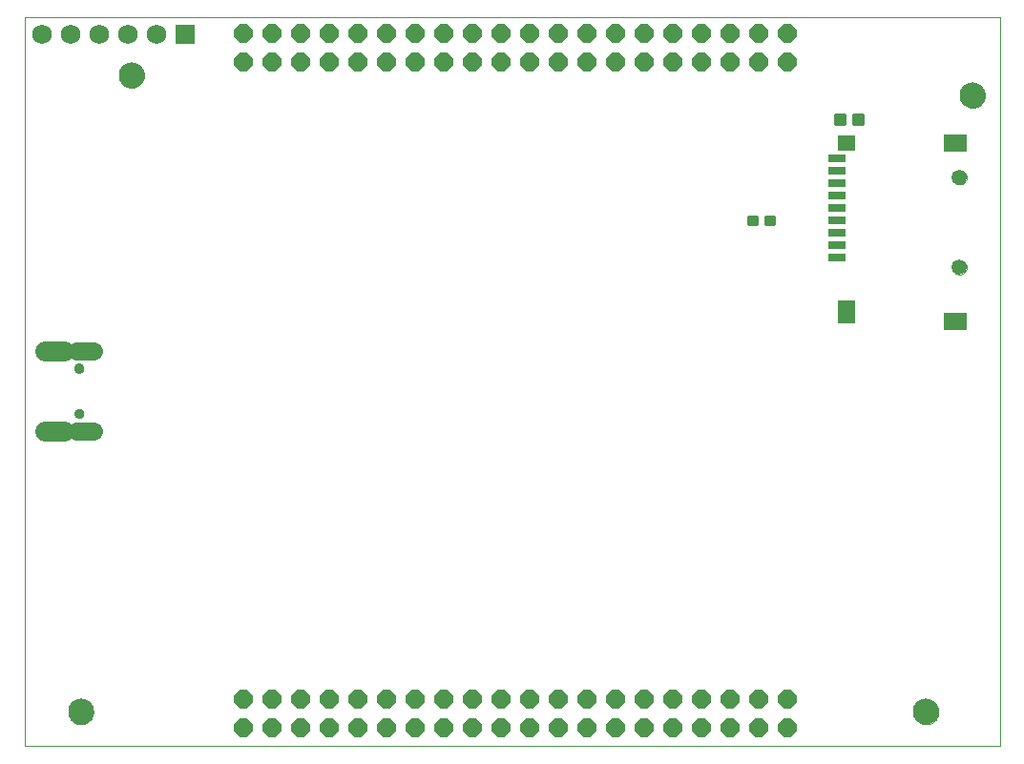
<source format=gbs>
G75*
%MOIN*%
%OFA0B0*%
%FSLAX24Y24*%
%IPPOS*%
%LPD*%
%AMOC8*
5,1,8,0,0,1.08239X$1,22.5*
%
%ADD10C,0.0000*%
%ADD11C,0.0906*%
%ADD12R,0.0690X0.0690*%
%ADD13C,0.0690*%
%ADD14C,0.0355*%
%ADD15C,0.0690*%
%ADD16C,0.0634*%
%ADD17OC8,0.0640*%
%ADD18R,0.0827X0.0591*%
%ADD19R,0.0591X0.0544*%
%ADD20R,0.0591X0.0808*%
%ADD21R,0.0591X0.0316*%
%ADD22C,0.0532*%
%ADD23C,0.0098*%
%ADD24C,0.0087*%
D10*
X004935Y000100D02*
X004935Y025550D01*
X039007Y025550D01*
X039007Y000100D01*
X004935Y000100D01*
X006471Y001281D02*
X006473Y001322D01*
X006479Y001363D01*
X006489Y001403D01*
X006502Y001442D01*
X006519Y001479D01*
X006540Y001515D01*
X006564Y001549D01*
X006591Y001580D01*
X006620Y001608D01*
X006653Y001634D01*
X006687Y001656D01*
X006724Y001675D01*
X006762Y001690D01*
X006802Y001702D01*
X006842Y001710D01*
X006883Y001714D01*
X006925Y001714D01*
X006966Y001710D01*
X007006Y001702D01*
X007046Y001690D01*
X007084Y001675D01*
X007120Y001656D01*
X007155Y001634D01*
X007188Y001608D01*
X007217Y001580D01*
X007244Y001549D01*
X007268Y001515D01*
X007289Y001479D01*
X007306Y001442D01*
X007319Y001403D01*
X007329Y001363D01*
X007335Y001322D01*
X007337Y001281D01*
X007335Y001240D01*
X007329Y001199D01*
X007319Y001159D01*
X007306Y001120D01*
X007289Y001083D01*
X007268Y001047D01*
X007244Y001013D01*
X007217Y000982D01*
X007188Y000954D01*
X007155Y000928D01*
X007121Y000906D01*
X007084Y000887D01*
X007046Y000872D01*
X007006Y000860D01*
X006966Y000852D01*
X006925Y000848D01*
X006883Y000848D01*
X006842Y000852D01*
X006802Y000860D01*
X006762Y000872D01*
X006724Y000887D01*
X006688Y000906D01*
X006653Y000928D01*
X006620Y000954D01*
X006591Y000982D01*
X006564Y001013D01*
X006540Y001047D01*
X006519Y001083D01*
X006502Y001120D01*
X006489Y001159D01*
X006479Y001199D01*
X006473Y001240D01*
X006471Y001281D01*
X006685Y011713D02*
X006687Y011738D01*
X006693Y011762D01*
X006702Y011784D01*
X006715Y011805D01*
X006731Y011824D01*
X006750Y011840D01*
X006771Y011853D01*
X006793Y011862D01*
X006817Y011868D01*
X006842Y011870D01*
X006867Y011868D01*
X006891Y011862D01*
X006913Y011853D01*
X006934Y011840D01*
X006953Y011824D01*
X006969Y011805D01*
X006982Y011784D01*
X006991Y011762D01*
X006997Y011738D01*
X006999Y011713D01*
X006997Y011688D01*
X006991Y011664D01*
X006982Y011642D01*
X006969Y011621D01*
X006953Y011602D01*
X006934Y011586D01*
X006913Y011573D01*
X006891Y011564D01*
X006867Y011558D01*
X006842Y011556D01*
X006817Y011558D01*
X006793Y011564D01*
X006771Y011573D01*
X006750Y011586D01*
X006731Y011602D01*
X006715Y011621D01*
X006702Y011642D01*
X006693Y011664D01*
X006687Y011688D01*
X006685Y011713D01*
X006685Y013287D02*
X006687Y013312D01*
X006693Y013336D01*
X006702Y013358D01*
X006715Y013379D01*
X006731Y013398D01*
X006750Y013414D01*
X006771Y013427D01*
X006793Y013436D01*
X006817Y013442D01*
X006842Y013444D01*
X006867Y013442D01*
X006891Y013436D01*
X006913Y013427D01*
X006934Y013414D01*
X006953Y013398D01*
X006969Y013379D01*
X006982Y013358D01*
X006991Y013336D01*
X006997Y013312D01*
X006999Y013287D01*
X006997Y013262D01*
X006991Y013238D01*
X006982Y013216D01*
X006969Y013195D01*
X006953Y013176D01*
X006934Y013160D01*
X006913Y013147D01*
X006891Y013138D01*
X006867Y013132D01*
X006842Y013130D01*
X006817Y013132D01*
X006793Y013138D01*
X006771Y013147D01*
X006750Y013160D01*
X006731Y013176D01*
X006715Y013195D01*
X006702Y013216D01*
X006693Y013238D01*
X006687Y013262D01*
X006685Y013287D01*
X008242Y023525D02*
X008244Y023566D01*
X008250Y023607D01*
X008260Y023647D01*
X008273Y023686D01*
X008290Y023723D01*
X008311Y023759D01*
X008335Y023793D01*
X008362Y023824D01*
X008391Y023852D01*
X008424Y023878D01*
X008458Y023900D01*
X008495Y023919D01*
X008533Y023934D01*
X008573Y023946D01*
X008613Y023954D01*
X008654Y023958D01*
X008696Y023958D01*
X008737Y023954D01*
X008777Y023946D01*
X008817Y023934D01*
X008855Y023919D01*
X008891Y023900D01*
X008926Y023878D01*
X008959Y023852D01*
X008988Y023824D01*
X009015Y023793D01*
X009039Y023759D01*
X009060Y023723D01*
X009077Y023686D01*
X009090Y023647D01*
X009100Y023607D01*
X009106Y023566D01*
X009108Y023525D01*
X009106Y023484D01*
X009100Y023443D01*
X009090Y023403D01*
X009077Y023364D01*
X009060Y023327D01*
X009039Y023291D01*
X009015Y023257D01*
X008988Y023226D01*
X008959Y023198D01*
X008926Y023172D01*
X008892Y023150D01*
X008855Y023131D01*
X008817Y023116D01*
X008777Y023104D01*
X008737Y023096D01*
X008696Y023092D01*
X008654Y023092D01*
X008613Y023096D01*
X008573Y023104D01*
X008533Y023116D01*
X008495Y023131D01*
X008459Y023150D01*
X008424Y023172D01*
X008391Y023198D01*
X008362Y023226D01*
X008335Y023257D01*
X008311Y023291D01*
X008290Y023327D01*
X008273Y023364D01*
X008260Y023403D01*
X008250Y023443D01*
X008244Y023484D01*
X008242Y023525D01*
X037349Y019969D02*
X037351Y020000D01*
X037357Y020030D01*
X037366Y020060D01*
X037379Y020088D01*
X037396Y020114D01*
X037416Y020137D01*
X037438Y020159D01*
X037463Y020177D01*
X037490Y020192D01*
X037519Y020203D01*
X037549Y020211D01*
X037580Y020215D01*
X037610Y020215D01*
X037641Y020211D01*
X037671Y020203D01*
X037700Y020192D01*
X037727Y020177D01*
X037752Y020159D01*
X037774Y020137D01*
X037794Y020114D01*
X037811Y020088D01*
X037824Y020060D01*
X037833Y020030D01*
X037839Y020000D01*
X037841Y019969D01*
X037839Y019938D01*
X037833Y019908D01*
X037824Y019878D01*
X037811Y019850D01*
X037794Y019824D01*
X037774Y019801D01*
X037752Y019779D01*
X037727Y019761D01*
X037700Y019746D01*
X037671Y019735D01*
X037641Y019727D01*
X037610Y019723D01*
X037580Y019723D01*
X037549Y019727D01*
X037519Y019735D01*
X037490Y019746D01*
X037463Y019761D01*
X037438Y019779D01*
X037416Y019801D01*
X037396Y019824D01*
X037379Y019850D01*
X037366Y019878D01*
X037357Y019908D01*
X037351Y019938D01*
X037349Y019969D01*
X037618Y022829D02*
X037620Y022870D01*
X037626Y022911D01*
X037636Y022951D01*
X037649Y022990D01*
X037666Y023027D01*
X037687Y023063D01*
X037711Y023097D01*
X037738Y023128D01*
X037767Y023156D01*
X037800Y023182D01*
X037834Y023204D01*
X037871Y023223D01*
X037909Y023238D01*
X037949Y023250D01*
X037989Y023258D01*
X038030Y023262D01*
X038072Y023262D01*
X038113Y023258D01*
X038153Y023250D01*
X038193Y023238D01*
X038231Y023223D01*
X038267Y023204D01*
X038302Y023182D01*
X038335Y023156D01*
X038364Y023128D01*
X038391Y023097D01*
X038415Y023063D01*
X038436Y023027D01*
X038453Y022990D01*
X038466Y022951D01*
X038476Y022911D01*
X038482Y022870D01*
X038484Y022829D01*
X038482Y022788D01*
X038476Y022747D01*
X038466Y022707D01*
X038453Y022668D01*
X038436Y022631D01*
X038415Y022595D01*
X038391Y022561D01*
X038364Y022530D01*
X038335Y022502D01*
X038302Y022476D01*
X038268Y022454D01*
X038231Y022435D01*
X038193Y022420D01*
X038153Y022408D01*
X038113Y022400D01*
X038072Y022396D01*
X038030Y022396D01*
X037989Y022400D01*
X037949Y022408D01*
X037909Y022420D01*
X037871Y022435D01*
X037835Y022454D01*
X037800Y022476D01*
X037767Y022502D01*
X037738Y022530D01*
X037711Y022561D01*
X037687Y022595D01*
X037666Y022631D01*
X037649Y022668D01*
X037636Y022707D01*
X037626Y022747D01*
X037620Y022788D01*
X037618Y022829D01*
X037349Y016820D02*
X037351Y016851D01*
X037357Y016881D01*
X037366Y016911D01*
X037379Y016939D01*
X037396Y016965D01*
X037416Y016988D01*
X037438Y017010D01*
X037463Y017028D01*
X037490Y017043D01*
X037519Y017054D01*
X037549Y017062D01*
X037580Y017066D01*
X037610Y017066D01*
X037641Y017062D01*
X037671Y017054D01*
X037700Y017043D01*
X037727Y017028D01*
X037752Y017010D01*
X037774Y016988D01*
X037794Y016965D01*
X037811Y016939D01*
X037824Y016911D01*
X037833Y016881D01*
X037839Y016851D01*
X037841Y016820D01*
X037839Y016789D01*
X037833Y016759D01*
X037824Y016729D01*
X037811Y016701D01*
X037794Y016675D01*
X037774Y016652D01*
X037752Y016630D01*
X037727Y016612D01*
X037700Y016597D01*
X037671Y016586D01*
X037641Y016578D01*
X037610Y016574D01*
X037580Y016574D01*
X037549Y016578D01*
X037519Y016586D01*
X037490Y016597D01*
X037463Y016612D01*
X037438Y016630D01*
X037416Y016652D01*
X037396Y016675D01*
X037379Y016701D01*
X037366Y016729D01*
X037357Y016759D01*
X037351Y016789D01*
X037349Y016820D01*
X035998Y001281D02*
X036000Y001322D01*
X036006Y001363D01*
X036016Y001403D01*
X036029Y001442D01*
X036046Y001479D01*
X036067Y001515D01*
X036091Y001549D01*
X036118Y001580D01*
X036147Y001608D01*
X036180Y001634D01*
X036214Y001656D01*
X036251Y001675D01*
X036289Y001690D01*
X036329Y001702D01*
X036369Y001710D01*
X036410Y001714D01*
X036452Y001714D01*
X036493Y001710D01*
X036533Y001702D01*
X036573Y001690D01*
X036611Y001675D01*
X036647Y001656D01*
X036682Y001634D01*
X036715Y001608D01*
X036744Y001580D01*
X036771Y001549D01*
X036795Y001515D01*
X036816Y001479D01*
X036833Y001442D01*
X036846Y001403D01*
X036856Y001363D01*
X036862Y001322D01*
X036864Y001281D01*
X036862Y001240D01*
X036856Y001199D01*
X036846Y001159D01*
X036833Y001120D01*
X036816Y001083D01*
X036795Y001047D01*
X036771Y001013D01*
X036744Y000982D01*
X036715Y000954D01*
X036682Y000928D01*
X036648Y000906D01*
X036611Y000887D01*
X036573Y000872D01*
X036533Y000860D01*
X036493Y000852D01*
X036452Y000848D01*
X036410Y000848D01*
X036369Y000852D01*
X036329Y000860D01*
X036289Y000872D01*
X036251Y000887D01*
X036215Y000906D01*
X036180Y000928D01*
X036147Y000954D01*
X036118Y000982D01*
X036091Y001013D01*
X036067Y001047D01*
X036046Y001083D01*
X036029Y001120D01*
X036016Y001159D01*
X036006Y001199D01*
X036000Y001240D01*
X035998Y001281D01*
D11*
X036431Y001281D03*
X006904Y001281D03*
X038051Y022829D03*
X008675Y023525D03*
D12*
X010535Y024980D03*
D13*
X009535Y024980D03*
X008535Y024980D03*
X007535Y024980D03*
X006535Y024980D03*
X005535Y024980D03*
D14*
X006842Y013287D03*
X006842Y011713D03*
D15*
X006301Y011093D02*
X005651Y011093D01*
X005651Y013907D02*
X006301Y013907D01*
D16*
X006760Y013907D02*
X007354Y013907D01*
X007354Y011093D02*
X006760Y011093D01*
D17*
X012595Y001740D03*
X013595Y001740D03*
X014595Y001740D03*
X015595Y001740D03*
X016595Y001740D03*
X017595Y001740D03*
X018595Y001740D03*
X019595Y001740D03*
X020595Y001740D03*
X021595Y001740D03*
X022595Y001740D03*
X023595Y001740D03*
X024595Y001740D03*
X025595Y001740D03*
X026595Y001740D03*
X027595Y001740D03*
X028595Y001740D03*
X029595Y001740D03*
X030595Y001740D03*
X031595Y001740D03*
X031595Y000740D03*
X030595Y000740D03*
X029595Y000740D03*
X028595Y000740D03*
X027595Y000740D03*
X026595Y000740D03*
X025595Y000740D03*
X024595Y000740D03*
X023595Y000740D03*
X022595Y000740D03*
X021595Y000740D03*
X020595Y000740D03*
X019595Y000740D03*
X018595Y000740D03*
X017595Y000740D03*
X016595Y000740D03*
X015595Y000740D03*
X014595Y000740D03*
X013595Y000740D03*
X012595Y000740D03*
X012595Y023990D03*
X012595Y024990D03*
X013595Y024990D03*
X013595Y023990D03*
X014595Y023990D03*
X015595Y023990D03*
X015595Y024990D03*
X014595Y024990D03*
X016595Y024990D03*
X017595Y024990D03*
X017595Y023990D03*
X016595Y023990D03*
X018595Y023990D03*
X019595Y023990D03*
X019595Y024990D03*
X018595Y024990D03*
X020595Y024990D03*
X021595Y024990D03*
X021595Y023990D03*
X020595Y023990D03*
X022595Y023990D03*
X023595Y023990D03*
X023595Y024990D03*
X022595Y024990D03*
X024595Y024990D03*
X025595Y024990D03*
X025595Y023990D03*
X024595Y023990D03*
X026595Y023990D03*
X026595Y024990D03*
X027595Y024990D03*
X028595Y024990D03*
X028595Y023990D03*
X027595Y023990D03*
X029595Y023990D03*
X030595Y023990D03*
X030595Y024990D03*
X029595Y024990D03*
X031595Y024990D03*
X031595Y023990D03*
D18*
X037437Y021150D03*
X037437Y014930D03*
D19*
X033658Y021174D03*
D20*
X033658Y015274D03*
D21*
X033315Y017174D03*
X033315Y017607D03*
X033315Y018040D03*
X033315Y018473D03*
X033315Y018906D03*
X033315Y019339D03*
X033315Y019772D03*
X033315Y020205D03*
X033315Y020638D03*
D22*
X037595Y019969D03*
X037595Y016820D03*
D23*
X031121Y018314D02*
X030829Y018314D01*
X030829Y018606D01*
X031121Y018606D01*
X031121Y018314D01*
X031121Y018411D02*
X030829Y018411D01*
X030829Y018508D02*
X031121Y018508D01*
X031121Y018605D02*
X030829Y018605D01*
X030521Y018314D02*
X030229Y018314D01*
X030229Y018606D01*
X030521Y018606D01*
X030521Y018314D01*
X030521Y018411D02*
X030229Y018411D01*
X030229Y018508D02*
X030521Y018508D01*
X030521Y018605D02*
X030229Y018605D01*
D24*
X033246Y021826D02*
X033594Y021826D01*
X033246Y021826D02*
X033246Y022174D01*
X033594Y022174D01*
X033594Y021826D01*
X033594Y021912D02*
X033246Y021912D01*
X033246Y021998D02*
X033594Y021998D01*
X033594Y022084D02*
X033246Y022084D01*
X033246Y022170D02*
X033594Y022170D01*
X033876Y021826D02*
X034224Y021826D01*
X033876Y021826D02*
X033876Y022174D01*
X034224Y022174D01*
X034224Y021826D01*
X034224Y021912D02*
X033876Y021912D01*
X033876Y021998D02*
X034224Y021998D01*
X034224Y022084D02*
X033876Y022084D01*
X033876Y022170D02*
X034224Y022170D01*
M02*

</source>
